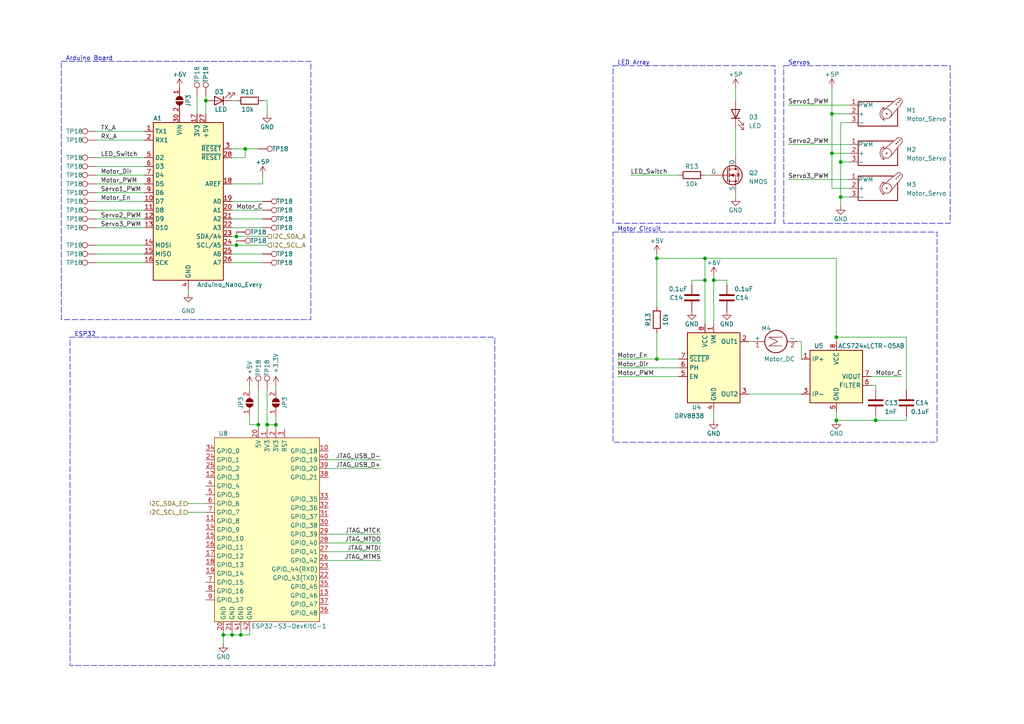
<source format=kicad_sch>
(kicad_sch (version 20230121) (generator eeschema)
  (paper "A4")
  (lib_symbols
    (symbol "Connector:TestPoint" (pin_numbers hide) (pin_names (offset 0.762) hide)
      (property "Reference" "TP" (at 0 6.858 0))
      (property "Value" "TestPoint" (at 0 5.08 0))
      (symbol "TestPoint_0_1"
        (circle (center 0 3.302) (radius 0.762))
      )
      (symbol "TestPoint_1_1"
        (pin passive line (at 0 0 90) (length 2.54) (name "1") (number "1"))
      )
    )
    (symbol "Device:C" (pin_numbers hide) (pin_names (offset 0.254))
      (property "Reference" "C" (at 0.635 2.54 0))
      (property "Value" "C" (at 0.635 -2.54 0))
      (symbol "C_0_1"
        (polyline (pts (xy -2.032 -0.762) (xy 2.032 -0.762)) (stroke (width 0.508)))
        (polyline (pts (xy -2.032 0.762) (xy 2.032 0.762)) (stroke (width 0.508)))
      )
      (symbol "C_1_1"
        (pin passive line (at 0 3.81 270) (length 2.794) (name "~") (number "1"))
        (pin passive line (at 0 -3.81 90) (length 2.794) (name "~") (number "2"))
      )
    )
    (symbol "Device:LED" (pin_numbers hide) (pin_names (offset 1.016) hide)
      (property "Reference" "D" (at 0 2.54 0))
      (property "Value" "LED" (at 0 -2.54 0))
      (symbol "LED_0_1"
        (polyline (pts (xy -1.27 -1.27) (xy -1.27 1.27)) (stroke (width 0.254)))
        (polyline (pts (xy -1.27 0) (xy 1.27 0)))
        (polyline (pts (xy 1.27 -1.27) (xy 1.27 1.27) (xy -1.27 0) (xy 1.27 -1.27)) (stroke (width 0.254)))
        (polyline (pts (xy -3.048 -0.762) (xy -4.572 -2.286) (xy -3.81 -2.286) (xy -4.572 -2.286) (xy -4.572 -1.524)))
        (polyline (pts (xy -1.778 -0.762) (xy -3.302 -2.286) (xy -2.54 -2.286) (xy -3.302 -2.286) (xy -3.302 -1.524)))
      )
      (symbol "LED_1_1"
        (pin passive line (at -3.81 0 0) (length 2.54) (name "K") (number "1"))
        (pin passive line (at 3.81 0 180) (length 2.54) (name "A") (number "2"))
      )
    )
    (symbol "Device:R" (pin_numbers hide) (pin_names (offset 0))
      (property "Reference" "R" (at 2.032 0 90))
      (property "Value" "R" (at 0 0 90))
      (symbol "R_0_1"
        (rectangle (start -1.016 -2.54) (end 1.016 2.54) (stroke (width 0.254)))
      )
      (symbol "R_1_1"
        (pin passive line (at 0 3.81 270) (length 1.27) (name "~") (number "1"))
        (pin passive line (at 0 -3.81 90) (length 1.27) (name "~") (number "2"))
      )
    )
    (symbol "Driver_Motor:DRV8838"
      (property "Reference" "U" (at 6.35 11.43 0))
      (property "Value" "DRV8838" (at -10.16 11.43 0))
      (symbol "DRV8838_0_1"
        (rectangle (start -7.62 10.16) (end 7.62 -10.16) (stroke (width 0.254)) (fill (type background)))
      )
      (symbol "DRV8838_1_1"
        (pin power_in line (at 0 12.7 270) (length 2.54) (name "VM") (number "1"))
        (pin output line (at 10.16 7.62 180) (length 2.54) (name "OUT1") (number "2"))
        (pin output line (at 10.16 -7.62 180) (length 2.54) (name "OUT2") (number "3"))
        (pin power_in line (at 0 -12.7 90) (length 2.54) (name "GND") (number "4"))
        (pin input line (at -10.16 -2.54 0) (length 2.54) (name "EN") (number "5"))
        (pin input line (at -10.16 0 0) (length 2.54) (name "PH") (number "6"))
        (pin input line (at -10.16 2.54 0) (length 2.54) (name "~{SLEEP}") (number "7"))
        (pin power_in line (at -2.54 12.7 270) (length 2.54) (name "VCC") (number "8"))
        (pin passive line (at 0 -12.7 90) (length 2.54) hide (name "GND") (number "9"))
      )
    )
    (symbol "Jumper:SolderJumper_2_Open" (pin_names (offset 0) hide)
      (property "Reference" "JP" (at 0 2.032 0))
      (property "Value" "SolderJumper_2_Open" (at 0 -2.54 0))
      (symbol "SolderJumper_2_Open_0_1"
        (arc (start -0.254 1.016) (mid -1.2656 0) (end -0.254 -1.016))
        (arc (start -0.254 1.016) (mid -1.2656 0) (end -0.254 -1.016) (fill (type outline)))
        (polyline (pts (xy -0.254 1.016) (xy -0.254 -1.016)))
        (polyline (pts (xy 0.254 1.016) (xy 0.254 -1.016)))
        (arc (start 0.254 -1.016) (mid 1.2656 0) (end 0.254 1.016))
        (arc (start 0.254 -1.016) (mid 1.2656 0) (end 0.254 1.016) (fill (type outline)))
      )
      (symbol "SolderJumper_2_Open_1_1"
        (pin passive line (at -3.81 0 0) (length 2.54) (name "A") (number "1"))
        (pin passive line (at 3.81 0 180) (length 2.54) (name "B") (number "2"))
      )
    )
    (symbol "MCU_Module:Arduino_Nano_Every"
      (property "Reference" "A" (at -10.16 23.495 0))
      (property "Value" "Arduino_Nano_Every" (at 5.08 -24.13 0))
      (symbol "Arduino_Nano_Every_0_1"
        (rectangle (start -10.16 22.86) (end 10.16 -22.86) (stroke (width 0.254)) (fill (type background)))
      )
      (symbol "Arduino_Nano_Every_1_1"
        (pin bidirectional line (at -12.7 20.32 0) (length 2.54) (name "TX1") (number "1"))
        (pin bidirectional line (at -12.7 0 0) (length 2.54) (name "D7") (number "10"))
        (pin bidirectional line (at -12.7 -2.54 0) (length 2.54) (name "D8") (number "11"))
        (pin bidirectional line (at -12.7 -5.08 0) (length 2.54) (name "D9") (number "12"))
        (pin bidirectional line (at -12.7 -7.62 0) (length 2.54) (name "D10") (number "13"))
        (pin bidirectional line (at -12.7 -12.7 0) (length 2.54) (name "MOSI") (number "14"))
        (pin bidirectional line (at -12.7 -15.24 0) (length 2.54) (name "MISO") (number "15"))
        (pin bidirectional line (at -12.7 -17.78 0) (length 2.54) (name "SCK") (number "16"))
        (pin power_out line (at 2.54 25.4 270) (length 2.54) (name "3V3") (number "17"))
        (pin input line (at 12.7 5.08 180) (length 2.54) (name "AREF") (number "18"))
        (pin bidirectional line (at 12.7 0 180) (length 2.54) (name "A0") (number "19"))
        (pin bidirectional line (at -12.7 17.78 0) (length 2.54) (name "RX1") (number "2"))
        (pin bidirectional line (at 12.7 -2.54 180) (length 2.54) (name "A1") (number "20"))
        (pin bidirectional line (at 12.7 -5.08 180) (length 2.54) (name "A2") (number "21"))
        (pin bidirectional line (at 12.7 -7.62 180) (length 2.54) (name "A3") (number "22"))
        (pin bidirectional line (at 12.7 -10.16 180) (length 2.54) (name "SDA/A4") (number "23"))
        (pin bidirectional line (at 12.7 -12.7 180) (length 2.54) (name "SCL/A5") (number "24"))
        (pin bidirectional line (at 12.7 -15.24 180) (length 2.54) (name "A6") (number "25"))
        (pin bidirectional line (at 12.7 -17.78 180) (length 2.54) (name "A7") (number "26"))
        (pin power_out line (at 5.08 25.4 270) (length 2.54) (name "+5V") (number "27"))
        (pin input line (at 12.7 12.7 180) (length 2.54) (name "~{RESET}") (number "28"))
        (pin passive line (at 0 -25.4 90) (length 2.54) hide (name "GND") (number "29"))
        (pin input line (at 12.7 15.24 180) (length 2.54) (name "~{RESET}") (number "3"))
        (pin power_in line (at -2.54 25.4 270) (length 2.54) (name "VIN") (number "30"))
        (pin power_in line (at 0 -25.4 90) (length 2.54) (name "GND") (number "4"))
        (pin bidirectional line (at -12.7 12.7 0) (length 2.54) (name "D2") (number "5"))
        (pin bidirectional line (at -12.7 10.16 0) (length 2.54) (name "D3") (number "6"))
        (pin bidirectional line (at -12.7 7.62 0) (length 2.54) (name "D4") (number "7"))
        (pin bidirectional line (at -12.7 5.08 0) (length 2.54) (name "D5") (number "8"))
        (pin bidirectional line (at -12.7 2.54 0) (length 2.54) (name "D6") (number "9"))
      )
    )
    (symbol "Motor:Motor_DC" (pin_names (offset 0))
      (property "Reference" "M" (at 2.54 2.54 0))
      (property "Value" "Motor_DC" (at 2.54 -5.08 0))
      (symbol "Motor_DC_0_0"
        (polyline (pts (xy -1.27 -3.302) (xy -1.27 0.508) (xy 0 -2.032) (xy 1.27 0.508) (xy 1.27 -3.302)))
      )
      (symbol "Motor_DC_0_1"
        (circle (center 0 -1.524) (radius 3.2512) (stroke (width 0.254)))
        (polyline (pts (xy 0 -7.62) (xy 0 -7.112)))
        (polyline (pts (xy 0 -4.7752) (xy 0 -5.1816)))
        (polyline (pts (xy 0 1.7272) (xy 0 2.0828)))
        (polyline (pts (xy 0 2.032) (xy 0 2.54)))
      )
      (symbol "Motor_DC_1_1"
        (pin passive line (at 0 5.08 270) (length 2.54) (name "+") (number "1"))
        (pin passive line (at 0 -7.62 90) (length 2.54) (name "-") (number "2"))
      )
    )
    (symbol "Motor:Motor_Servo" (pin_names (offset 0.0254))
      (property "Reference" "M" (at -5.08 4.445 0))
      (property "Value" "Motor_Servo" (at -5.08 -4.064 0))
      (symbol "Motor_Servo_0_1"
        (polyline (pts (xy 2.413 -1.778) (xy 2.032 -1.778)))
        (polyline (pts (xy 2.413 -1.778) (xy 2.286 -1.397)))
        (polyline (pts (xy 2.413 1.778) (xy 1.905 1.778)))
        (polyline (pts (xy 2.413 1.778) (xy 2.286 1.397)))
        (polyline (pts (xy 6.35 4.445) (xy 2.54 1.27)))
        (polyline (pts (xy 7.62 3.175) (xy 4.191 -1.016)))
        (polyline (pts (xy 5.08 3.556) (xy -5.08 3.556) (xy -5.08 -3.556) (xy 6.35 -3.556) (xy 6.35 1.524)) (stroke (width 0.254)))
        (arc (start 2.413 1.778) (mid 1.2406 0) (end 2.413 -1.778))
        (circle (center 3.175 0) (radius 0.1778))
        (circle (center 3.175 0) (radius 1.4224))
        (circle (center 5.969 2.794) (radius 0.127))
        (circle (center 6.477 3.302) (radius 0.127))
        (circle (center 6.985 3.81) (radius 0.127))
        (arc (start 7.62 3.175) (mid 7.4485 4.2735) (end 6.35 4.445))
      )
      (symbol "Motor_Servo_1_1"
        (pin passive line (at -7.62 2.54 0) (length 2.54) (name "PWM") (number "1"))
        (pin passive line (at -7.62 0 0) (length 2.54) (name "+") (number "2"))
        (pin passive line (at -7.62 -2.54 0) (length 2.54) (name "-") (number "3"))
      )
    )
    (symbol "Project_library:esp32"
      (property "Reference" "U5" (at 2.54 1.27 0))
      (property "Value" "ESP32-S3-DevKitC-1" (at 21.59 -54.61 0))
      (symbol "esp32_1_1"
        (rectangle (start 0 0) (end 30.48 -53.34) (fill (type background)))
        (pin input line (at 15.24 2.54 270) (length 2.54) (name "3V3") (number "1"))
        (pin input line (at 33.02 -3.81 180) (length 2.54) (name "GPIO_18") (number "10"))
        (pin input line (at -2.54 -24.13 0) (length 2.54) (name "GPIO_8") (number "11"))
        (pin input line (at -2.54 -11.43 0) (length 2.54) (name "GPIO_3") (number "12"))
        (pin input line (at 33.02 -45.72 180) (length 2.54) (name "GPIO_46") (number "13"))
        (pin input line (at -2.54 -26.67 0) (length 2.54) (name "GPIO_9") (number "14"))
        (pin input line (at -2.54 -29.21 0) (length 2.54) (name "GPIO_10") (number "15"))
        (pin input line (at -2.54 -31.75 0) (length 2.54) (name "GPIO_11") (number "16"))
        (pin input line (at -2.54 -34.29 0) (length 2.54) (name "GPIO_12") (number "17"))
        (pin input line (at -2.54 -36.83 0) (length 2.54) (name "GPIO_13") (number "18"))
        (pin input line (at -2.54 -39.37 0) (length 2.54) (name "GPIO_14") (number "19"))
        (pin input line (at 17.78 2.54 270) (length 2.54) (name "3V3") (number "2"))
        (pin input line (at 12.7 2.54 270) (length 2.54) (name "5V") (number "20"))
        (pin input line (at 2.54 -55.88 90) (length 2.54) (name "GND") (number "20"))
        (pin input line (at 5.08 -55.88 90) (length 2.54) (name "GND") (number "21"))
        (pin input line (at 33.02 -40.64 180) (length 2.54) (name "GPIO_43(TXD)") (number "22"))
        (pin input line (at 33.02 -38.1 180) (length 2.54) (name "GPIO_44(RXD)") (number "23"))
        (pin input line (at -2.54 -6.35 0) (length 2.54) (name "GPIO_1") (number "24"))
        (pin input line (at -2.54 -8.89 0) (length 2.54) (name "GPIO_2") (number "25"))
        (pin input line (at 33.02 -35.56 180) (length 2.54) (name "GPIO_42") (number "26"))
        (pin input line (at 33.02 -33.02 180) (length 2.54) (name "GPIO_41") (number "27"))
        (pin input line (at 33.02 -30.48 180) (length 2.54) (name "GPIO_40") (number "28"))
        (pin input line (at 33.02 -27.94 180) (length 2.54) (name "GPIO_39") (number "29"))
        (pin input line (at 20.32 2.54 270) (length 2.54) (name "RST") (number "3"))
        (pin input line (at 33.02 -25.4 180) (length 2.54) (name "GPIO_38") (number "30"))
        (pin input line (at 33.02 -22.86 180) (length 2.54) (name "GPIO_37") (number "31"))
        (pin input line (at 33.02 -20.32 180) (length 2.54) (name "GPIO_36") (number "32"))
        (pin input line (at 33.02 -17.78 180) (length 2.54) (name "GPIO_35") (number "33"))
        (pin input line (at -2.54 -3.81 0) (length 2.54) (name "GPIO_0") (number "34"))
        (pin input line (at 33.02 -43.18 180) (length 2.54) (name "GPIO_45") (number "35"))
        (pin input line (at 33.02 -50.8 180) (length 2.54) (name "GPIO_48") (number "36"))
        (pin input line (at 33.02 -48.26 180) (length 2.54) (name "GPIO_47") (number "37"))
        (pin input line (at 33.02 -11.43 180) (length 2.54) (name "GPIO_21") (number "38"))
        (pin input line (at 33.02 -8.89 180) (length 2.54) (name "GPIO_20") (number "39"))
        (pin input line (at -2.54 -13.97 0) (length 2.54) (name "GPIO_4") (number "4"))
        (pin input line (at 33.02 -6.35 180) (length 2.54) (name "GPIO_19") (number "40"))
        (pin input line (at 7.62 -55.88 90) (length 2.54) (name "GND") (number "41"))
        (pin input line (at 10.16 -55.88 90) (length 2.54) (name "GND") (number "42"))
        (pin input line (at -2.54 -16.51 0) (length 2.54) (name "GPIO_5") (number "5"))
        (pin input line (at -2.54 -19.05 0) (length 2.54) (name "GPIO_6") (number "6"))
        (pin input line (at -2.54 -41.91 0) (length 2.54) (name "GPIO_15") (number "7"))
        (pin input line (at -2.54 -21.59 0) (length 2.54) (name "GPIO_7") (number "7"))
        (pin input line (at -2.54 -44.45 0) (length 2.54) (name "GPIO_16") (number "8"))
        (pin input line (at -2.54 -46.99 0) (length 2.54) (name "GPIO_17") (number "9"))
      )
    )
    (symbol "Sensor_Current:ACS724xLCTR-05AB"
      (property "Reference" "U" (at 2.54 11.43 0))
      (property "Value" "ACS724xLCTR-05AB" (at 2.54 8.89 0))
      (symbol "ACS724xLCTR-05AB_0_1"
        (rectangle (start -7.62 7.62) (end 7.62 -7.62) (stroke (width 0.254)) (fill (type background)))
      )
      (symbol "ACS724xLCTR-05AB_1_1"
        (pin passive line (at -10.16 5.08 0) (length 2.54) (name "IP+") (number "1"))
        (pin passive line (at -10.16 5.08 0) (length 2.54) hide (name "IP+") (number "2"))
        (pin passive line (at -10.16 -5.08 0) (length 2.54) (name "IP-") (number "3"))
        (pin passive line (at -10.16 -5.08 0) (length 2.54) hide (name "IP-") (number "4"))
        (pin power_in line (at 0 -10.16 90) (length 2.54) (name "GND") (number "5"))
        (pin passive line (at 10.16 -2.54 180) (length 2.54) (name "FILTER") (number "6"))
        (pin output line (at 10.16 0 180) (length 2.54) (name "VIOUT") (number "7"))
        (pin power_in line (at 0 10.16 270) (length 2.54) (name "VCC") (number "8"))
      )
    )
    (symbol "Simulation_SPICE:NMOS" (pin_numbers hide) (pin_names (offset 0))
      (property "Reference" "Q" (at 5.08 1.27 0))
      (property "Value" "NMOS" (at 5.08 -1.27 0))
      (symbol "NMOS_0_1"
        (polyline (pts (xy 0.254 0) (xy -2.54 0)))
        (polyline (pts (xy 0.254 1.905) (xy 0.254 -1.905)) (stroke (width 0.254)))
        (polyline (pts (xy 0.762 -1.27) (xy 0.762 -2.286)) (stroke (width 0.254)))
        (polyline (pts (xy 0.762 0.508) (xy 0.762 -0.508)) (stroke (width 0.254)))
        (polyline (pts (xy 0.762 2.286) (xy 0.762 1.27)) (stroke (width 0.254)))
        (polyline (pts (xy 2.54 2.54) (xy 2.54 1.778)))
        (polyline (pts (xy 2.54 -2.54) (xy 2.54 0) (xy 0.762 0)))
        (polyline (pts (xy 0.762 -1.778) (xy 3.302 -1.778) (xy 3.302 1.778) (xy 0.762 1.778)))
        (polyline (pts (xy 1.016 0) (xy 2.032 0.381) (xy 2.032 -0.381) (xy 1.016 0)) (fill (type outline)))
        (polyline (pts (xy 2.794 0.508) (xy 2.921 0.381) (xy 3.683 0.381) (xy 3.81 0.254)))
        (polyline (pts (xy 3.302 0.381) (xy 2.921 -0.254) (xy 3.683 -0.254) (xy 3.302 0.381)))
        (circle (center 1.651 0) (radius 2.794) (stroke (width 0.254)))
        (circle (center 2.54 -1.778) (radius 0.254) (fill (type outline)))
        (circle (center 2.54 1.778) (radius 0.254) (fill (type outline)))
      )
      (symbol "NMOS_1_1"
        (pin passive line (at 2.54 5.08 270) (length 2.54) (name "D") (number "1"))
        (pin input line (at -5.08 0 0) (length 2.54) (name "G") (number "2"))
        (pin passive line (at 2.54 -5.08 90) (length 2.54) (name "S") (number "3"))
      )
    )
    (symbol "power:+3.3V" (power) (pin_names (offset 0))
      (property "Value" "+3.3V" (at 0 3.556 0))
      (symbol "+3.3V_0_1"
        (polyline (pts (xy -0.762 1.27) (xy 0 2.54)))
        (polyline (pts (xy 0 0) (xy 0 2.54)))
        (polyline (pts (xy 0 2.54) (xy 0.762 1.27)))
      )
      (symbol "+3.3V_1_1"
        (pin power_in line (at 0 0 90) (length 0) hide (name "+3.3V") (number "1"))
      )
    )
    (symbol "power:+5P" (power) (pin_names (offset 0))
      (property "Value" "+5P" (at 0 3.556 0))
      (symbol "+5P_0_1"
        (polyline (pts (xy -0.762 1.27) (xy 0 2.54)))
        (polyline (pts (xy 0 0) (xy 0 2.54)))
        (polyline (pts (xy 0 2.54) (xy 0.762 1.27)))
      )
      (symbol "+5P_1_1"
        (pin power_in line (at 0 0 90) (length 0) hide (name "+5P") (number "1"))
      )
    )
    (symbol "power:+5V" (power) (pin_names (offset 0))
      (property "Value" "+5V" (at 0 3.556 0))
      (symbol "+5V_0_1"
        (polyline (pts (xy -0.762 1.27) (xy 0 2.54)))
        (polyline (pts (xy 0 0) (xy 0 2.54)))
        (polyline (pts (xy 0 2.54) (xy 0.762 1.27)))
      )
      (symbol "+5V_1_1"
        (pin power_in line (at 0 0 90) (length 0) hide (name "+5V") (number "1"))
      )
    )
    (symbol "power:+6V" (power) (pin_names (offset 0))
      (property "Value" "+6V" (at 0 3.556 0))
      (symbol "+6V_0_1"
        (polyline (pts (xy -0.762 1.27) (xy 0 2.54)))
        (polyline (pts (xy 0 0) (xy 0 2.54)))
        (polyline (pts (xy 0 2.54) (xy 0.762 1.27)))
      )
      (symbol "+6V_1_1"
        (pin power_in line (at 0 0 90) (length 0) hide (name "+6V") (number "1"))
      )
    )
    (symbol "power:GND" (power) (pin_names (offset 0))
      (property "Value" "GND" (at 0 -3.81 0))
      (symbol "GND_0_1"
        (polyline (pts (xy 0 0) (xy 0 -1.27) (xy 1.27 -1.27) (xy 0 -2.54) (xy -1.27 -1.27) (xy 0 -1.27)))
      )
      (symbol "GND_1_1"
        (pin power_in line (at 0 0 270) (length 0) hide (name "GND") (number "1"))
      )
    )
  )
  (junction (at 243.84 46.99))
  (junction (at 241.3 33.02))
  (junction (at 242.57 121.92))
  (junction (at 190.5 74.93))
  (junction (at 254 121.92))
  (junction (at 67.31 184.15))
  (junction (at 69.85 184.15))
  (junction (at 68.58 71.12))
  (junction (at 77.47 123.19))
  (junction (at 243.84 57.15))
  (junction (at 80.01 123.19))
  (junction (at 204.47 81.28))
  (junction (at 71.12 43.18))
  (junction (at 241.3 44.45))
  (junction (at 59.69 29.21))
  (junction (at 64.77 184.15))
  (junction (at 68.58 68.58))
  (junction (at 207.01 81.28))
  (junction (at 242.57 97.79))
  (junction (at 204.47 74.93))
  (junction (at 190.5 104.14))
  (junction (at 74.93 123.19))
  (wire (pts (xy 80.01 123.19) (xy 80.01 124.46)))
  (wire (pts (xy 254 120.65) (xy 254 121.92)))
  (wire (pts (xy 54.61 85.09) (xy 54.61 83.82)))
  (wire (pts (xy 72.39 111.76) (xy 72.39 113.03)))
  (wire (pts (xy 190.5 74.93) (xy 204.47 74.93)))
  (wire (pts (xy 200.66 82.55) (xy 200.66 81.28)))
  (wire (pts (xy 67.31 73.66) (xy 76.2 73.66)))
  (wire (pts (xy 262.89 113.03) (xy 262.89 97.79)))
  (wire (pts (xy 243.84 46.99) (xy 243.84 57.15)))
  (wire (pts (xy 246.38 35.56) (xy 243.84 35.56)))
  (wire (pts (xy 67.31 182.88) (xy 67.31 184.15)))
  (wire (pts (xy 241.3 25.4) (xy 241.3 33.02)))
  (wire (pts (xy 207.01 81.28) (xy 207.01 93.98)))
  (wire (pts (xy 210.82 82.55) (xy 210.82 81.28)))
  (wire (pts (xy 95.25 135.89) (xy 110.49 135.89)))
  (wire (pts (xy 182.88 50.8) (xy 196.85 50.8)))
  (wire (pts (xy 254 111.76) (xy 252.73 111.76)))
  (wire (pts (xy 190.5 74.93) (xy 190.5 88.9)))
  (wire (pts (xy 27.94 66.04) (xy 41.91 66.04)))
  (wire (pts (xy 27.94 58.42) (xy 41.91 58.42)))
  (wire (pts (xy 57.15 27.94) (xy 57.15 33.02)))
  (wire (pts (xy 72.39 123.19) (xy 74.93 123.19)))
  (wire (pts (xy 228.6 52.07) (xy 246.38 52.07)))
  (wire (pts (xy 246.38 46.99) (xy 243.84 46.99)))
  (wire (pts (xy 27.94 40.64) (xy 41.91 40.64)))
  (wire (pts (xy 27.94 60.96) (xy 41.91 60.96)))
  (wire (pts (xy 204.47 81.28) (xy 204.47 93.98)))
  (wire (pts (xy 228.6 41.91) (xy 246.38 41.91)))
  (wire (pts (xy 228.6 30.48) (xy 246.38 30.48)))
  (wire (pts (xy 27.94 38.1) (xy 41.91 38.1)))
  (wire (pts (xy 68.58 67.31) (xy 68.58 68.58)))
  (wire (pts (xy 242.57 121.92) (xy 254 121.92)))
  (wire (pts (xy 242.57 97.79) (xy 242.57 99.06)))
  (wire (pts (xy 243.84 59.69) (xy 243.84 57.15)))
  (wire (pts (xy 77.47 124.46) (xy 77.47 123.19)))
  (wire (pts (xy 27.94 63.5) (xy 41.91 63.5)))
  (wire (pts (xy 243.84 35.56) (xy 243.84 46.99)))
  (wire (pts (xy 68.58 69.85) (xy 68.58 71.12)))
  (wire (pts (xy 190.5 104.14) (xy 196.85 104.14)))
  (wire (pts (xy 207.01 121.92) (xy 207.01 119.38)))
  (wire (pts (xy 68.58 68.58) (xy 77.47 68.58)))
  (wire (pts (xy 213.36 36.83) (xy 213.36 45.72)))
  (wire (pts (xy 59.69 146.05) (xy 54.61 146.05)))
  (wire (pts (xy 59.69 27.94) (xy 59.69 29.21)))
  (wire (pts (xy 68.58 68.58) (xy 67.31 68.58)))
  (wire (pts (xy 27.94 76.2) (xy 41.91 76.2)))
  (wire (pts (xy 68.58 71.12) (xy 77.47 71.12)))
  (wire (pts (xy 64.77 184.15) (xy 64.77 186.69)))
  (wire (pts (xy 207.01 81.28) (xy 210.82 81.28)))
  (wire (pts (xy 241.3 33.02) (xy 241.3 44.45)))
  (wire (pts (xy 254 113.03) (xy 254 111.76)))
  (wire (pts (xy 74.93 123.19) (xy 74.93 124.46)))
  (wire (pts (xy 67.31 63.5) (xy 76.2 63.5)))
  (wire (pts (xy 204.47 50.8) (xy 205.74 50.8)))
  (wire (pts (xy 252.73 109.22) (xy 261.62 109.22)))
  (wire (pts (xy 67.31 60.96) (xy 76.2 60.96)))
  (wire (pts (xy 200.66 81.28) (xy 204.47 81.28)))
  (wire (pts (xy 77.47 29.21) (xy 77.47 33.02)))
  (wire (pts (xy 207.01 80.01) (xy 207.01 81.28)))
  (wire (pts (xy 27.94 50.8) (xy 41.91 50.8)))
  (wire (pts (xy 242.57 119.38) (xy 242.57 121.92)))
  (wire (pts (xy 232.41 99.06) (xy 231.14 99.06)))
  (wire (pts (xy 80.01 120.65) (xy 80.01 123.19)))
  (wire (pts (xy 71.12 45.72) (xy 71.12 43.18)))
  (wire (pts (xy 213.36 25.4) (xy 213.36 29.21)))
  (wire (pts (xy 241.3 54.61) (xy 241.3 44.45)))
  (wire (pts (xy 254 121.92) (xy 262.89 121.92)))
  (wire (pts (xy 67.31 76.2) (xy 76.2 76.2)))
  (wire (pts (xy 262.89 120.65) (xy 262.89 121.92)))
  (wire (pts (xy 59.69 148.59) (xy 54.61 148.59)))
  (wire (pts (xy 59.69 29.21) (xy 59.69 33.02)))
  (wire (pts (xy 67.31 45.72) (xy 71.12 45.72)))
  (wire (pts (xy 95.25 133.35) (xy 110.49 133.35)))
  (wire (pts (xy 242.57 97.79) (xy 262.89 97.79)))
  (wire (pts (xy 95.25 162.56) (xy 110.49 162.56)))
  (wire (pts (xy 27.94 53.34) (xy 41.91 53.34)))
  (wire (pts (xy 72.39 184.15) (xy 69.85 184.15)))
  (wire (pts (xy 241.3 33.02) (xy 246.38 33.02)))
  (wire (pts (xy 69.85 184.15) (xy 67.31 184.15)))
  (wire (pts (xy 76.2 50.8) (xy 76.2 53.34)))
  (wire (pts (xy 190.5 96.52) (xy 190.5 104.14)))
  (wire (pts (xy 71.12 43.18) (xy 67.31 43.18)))
  (wire (pts (xy 67.31 29.21) (xy 68.58 29.21)))
  (wire (pts (xy 242.57 74.93) (xy 242.57 97.79)))
  (wire (pts (xy 95.25 160.02) (xy 110.49 160.02)))
  (wire (pts (xy 69.85 182.88) (xy 69.85 184.15)))
  (wire (pts (xy 77.47 113.03) (xy 77.47 123.19)))
  (wire (pts (xy 27.94 71.12) (xy 41.91 71.12)))
  (wire (pts (xy 241.3 44.45) (xy 246.38 44.45)))
  (wire (pts (xy 27.94 48.26) (xy 41.91 48.26)))
  (wire (pts (xy 246.38 54.61) (xy 241.3 54.61)))
  (wire (pts (xy 77.47 123.19) (xy 80.01 123.19)))
  (wire (pts (xy 72.39 182.88) (xy 72.39 184.15)))
  (wire (pts (xy 80.01 111.76) (xy 80.01 113.03)))
  (wire (pts (xy 27.94 73.66) (xy 41.91 73.66)))
  (wire (pts (xy 72.39 123.19) (xy 72.39 120.65)))
  (wire (pts (xy 213.36 55.88) (xy 213.36 57.15)))
  (wire (pts (xy 67.31 66.04) (xy 76.2 66.04)))
  (wire (pts (xy 217.17 114.3) (xy 232.41 114.3)))
  (wire (pts (xy 204.47 74.93) (xy 242.57 74.93)))
  (wire (pts (xy 74.93 113.03) (xy 74.93 123.19)))
  (wire (pts (xy 27.94 55.88) (xy 41.91 55.88)))
  (wire (pts (xy 67.31 58.42) (xy 76.2 58.42)))
  (wire (pts (xy 95.25 157.48) (xy 110.49 157.48)))
  (wire (pts (xy 71.12 43.18) (xy 74.93 43.18)))
  (wire (pts (xy 179.07 104.14) (xy 190.5 104.14)))
  (wire (pts (xy 68.58 71.12) (xy 67.31 71.12)))
  (wire (pts (xy 217.17 99.06) (xy 218.44 99.06)))
  (wire (pts (xy 190.5 73.66) (xy 190.5 74.93)))
  (wire (pts (xy 64.77 182.88) (xy 64.77 184.15)))
  (wire (pts (xy 204.47 74.93) (xy 204.47 81.28)))
  (wire (pts (xy 232.41 99.06) (xy 232.41 104.14)))
  (wire (pts (xy 179.07 106.68) (xy 196.85 106.68)))
  (wire (pts (xy 76.2 29.21) (xy 77.47 29.21)))
  (wire (pts (xy 27.94 45.72) (xy 41.91 45.72)))
  (wire (pts (xy 179.07 109.22) (xy 196.85 109.22)))
  (wire (pts (xy 67.31 184.15) (xy 64.77 184.15)))
  (wire (pts (xy 76.2 53.34) (xy 67.31 53.34)))
  (wire (pts (xy 243.84 57.15) (xy 246.38 57.15)))
  (wire (pts (xy 95.25 154.94) (xy 110.49 154.94)))
  (rectangle (start 177.8 67.31) (end 271.78 128.27) (stroke (width 0) (type dash)))
  (rectangle (start 227.33 19.05) (end 275.59 64.77) (stroke (width 0) (type dash)))
  (rectangle (start 17.78 17.78) (end 90.17 92.71) (stroke (width 0) (type dash)))
  (rectangle (start 177.8 19.05) (end 224.79 64.77) (stroke (width 0) (type dash)))
  (rectangle (start 20.32 97.79) (end 143.51 193.04) (stroke (width 0) (type dash)))
  (text "Servos" (at 228.6 19.05 0) (effects (font (size 1.27 1.27)) (justify left bottom)))
  (text "ESP32" (at 21.59 97.79 0) (effects (font (size 1.27 1.27)) (justify left bottom)))
  (text "Motor Circuit" (at 179.07 67.31 0) (effects (font (size 1.27 1.27)) (justify left bottom)))
  (text "Arduino Board" (at 19.05 17.78 0) (effects (font (size 1.27 1.27)) (justify left bottom)))
  (text "LED Array" (at 179.07 19.05 0) (effects (font (size 1.27 1.27)) (justify left bottom)))
  (label "Motor_PWM" (at 179.07 109.22 0))
  (label "Servo1_PWM" (at 228.6 30.48 0))
  (label "Motor_C" (at 76.2 60.96 180))
  (label "Servo1_PWM" (at 29.21 55.88 0))
  (label "JTAG_USB_D-" (at 110.49 133.35 180))
  (label "JTAG_MTCK" (at 110.49 154.94 180))
  (label "JTAG_MTMS" (at 110.49 162.56 180))
  (label "JTAG_MTDO" (at 110.49 157.48 180))
  (label "RX_A" (at 29.21 40.64 0))
  (label "Motor_Dir" (at 179.07 106.68 0))
  (label "Motor_PWM" (at 29.21 53.34 0))
  (label "LED_Switch" (at 29.21 45.72 0))
  (label "Servo3_PWM" (at 228.6 52.07 0))
  (label "TX_A" (at 29.21 38.1 0))
  (label "Servo2_PWM" (at 29.21 63.5 0))
  (label "Servo2_PWM" (at 228.6 41.91 0))
  (label "LED_Switch" (at 182.88 50.8 0))
  (label "Motor_C" (at 261.62 109.22 180))
  (label "Motor_En" (at 29.21 58.42 0))
  (label "Motor_En" (at 179.07 104.14 0))
  (label "Motor_Dir" (at 29.21 50.8 0))
  (label "JTAG_USB_D+" (at 110.49 135.89 180))
  (label "Servo3_PWM" (at 29.21 66.04 0))
  (label "JTAG_MTDI" (at 110.49 160.02 180))
  (hierarchical_label "I2C_SCL_E" (shape input) (at 54.61 148.59 180))
  (hierarchical_label "I2C_SDA_E" (shape input) (at 54.61 146.05 180))
  (hierarchical_label "I2C_SDA_A" (shape input) (at 77.47 68.58 0))
  (hierarchical_label "I2C_SCL_A" (shape input) (at 77.47 71.12 0))
  (symbol (lib_id "Connector:TestPoint") (at 76.2 76.2 270) (unit 1)
    (property "Reference" "TP18" (at 82.55 76.2 90))
    (property "Value" "TestPoint" (effects hide))
    (property "Footprint" "TestPoint:TestPoint_Keystone_5000-5004_Miniature" (effects hide))
    (instances (project "MTG_Scanner_v2" (path "" (reference "TP18") (unit 1)) (path "" (reference "TP54") (unit 1))))
  )
  (symbol (lib_id "power:+5P") (at 76.2 50.8 0) (unit 1)
    (property "Reference" "#PWR027" (effects hide))
    (property "Value" "+5P" (at 76.2 46.99 0))
  )
  (symbol (lib_id "Motor:Motor_Servo") (at 254 54.61 0) (unit 1)
    (property "Reference" "M3" (at 262.89 53.5416 0) (effects (justify left)))
    (property "Value" "Motor_Servo" (at 262.89 56.0816 0) (effects (justify left)))
    (property "Datasheet" "http://forums.parallax.com/uploads/attachments/46831/74481.png" (effects hide))
    (instances (project "MTG_Scanner_v2" (path "" (reference "M3") (unit 1)) (path "" (reference "M4") (unit 1))))
  )
  (symbol (lib_id "power:+5P") (at 213.36 25.4 0) (unit 1)
    (property "Reference" "#PWR014" (effects hide))
    (property "Value" "+5P" (at 213.36 21.59 0))
    (instances (project "MTG_Scanner_v2" (path "" (reference "#PWR014") (unit 1)) (path "" (reference "#PWR023") (unit 1)) (path "" (reference "#PWR035") (unit 1))))
  )
  (symbol (lib_id "power:GND") (at 54.61 85.09 0) (unit 1)
    (property "Reference" "#PWR017" (effects hide))
    (property "Value" "GND" (at 54.61 90.17 0))
    (instances (project "MTG_Scanner_v2" (path "" (reference "#PWR017") (unit 1)) (path "" (reference "#PWR026") (unit 1))))
  )
  (symbol (lib_id "Connector:TestPoint") (at 27.94 38.1 90) (unit 1)
    (property "Reference" "TP18" (at 21.59 38.1 90))
    (property "Value" "TestPoint" (effects hide))
    (property "Footprint" "TestPoint:TestPoint_Keystone_5000-5004_Miniature" (effects hide))
    (instances (project "MTG_Scanner_v2" (path "" (reference "TP18") (unit 1)) (path "" (reference "TP30") (unit 1))))
  )
  (symbol (lib_id "Jumper:SolderJumper_2_Open") (at 72.39 116.84 270) (mirror x) (unit 1)
    (property "Reference" "JP3" (at 69.85 116.84 0))
    (property "Value" "SolderJumper_2_Open" (effects hide))
    (property "Footprint" "Jumper:SolderJumper-2_P1.3mm_Open_Pad1.0x1.5mm" (effects hide))
    (instances (project "MTG_Scanner_v2" (path "" (reference "JP3") (unit 1)) (path "" (reference "JP9") (unit 1))))
  )
  (symbol (lib_id "Device:C") (at 210.82 86.36 0) (unit 1)
    (property "Reference" "C14" (at 217.17 86.36 0) (effects (justify right)))
    (property "Value" "0.1uF" (at 218.44 83.82 0) (effects (justify right)))
    (instances (project "MTG_Scanner_v2" (path "" (reference "C14") (unit 1)) (path "" (reference "C6") (unit 1)) (path "" (reference "C14") (unit 1))))
  )
  (symbol (lib_id "Connector:TestPoint") (at 27.94 48.26 90) (unit 1)
    (property "Reference" "TP18" (at 21.59 48.26 90))
    (property "Value" "TestPoint" (effects hide))
    (property "Footprint" "TestPoint:TestPoint_Keystone_5000-5004_Miniature" (effects hide))
    (instances (project "MTG_Scanner_v2" (path "" (reference "TP18") (unit 1)) (path "" (reference "TP33") (unit 1))))
  )
  (symbol (lib_id "Connector:TestPoint") (at 74.93 43.18 270) (unit 1)
    (property "Reference" "TP18" (at 81.28 43.18 90))
    (property "Value" "TestPoint" (effects hide))
    (property "Footprint" "TestPoint:TestPoint_Keystone_5000-5004_Miniature" (effects hide))
    (instances (project "MTG_Scanner_v2" (path "" (reference "TP18") (unit 1)) (path "" (reference "TP48") (unit 1))))
  )
  (symbol (lib_id "Connector:TestPoint") (at 27.94 66.04 90) (unit 1)
    (property "Reference" "TP18" (at 21.59 66.04 90))
    (property "Value" "TestPoint" (effects hide))
    (property "Footprint" "TestPoint:TestPoint_Keystone_5000-5004_Miniature" (effects hide))
    (instances (project "MTG_Scanner_v2" (path "" (reference "TP18") (unit 1)) (path "" (reference "TP40") (unit 1))))
  )
  (symbol (lib_id "Jumper:SolderJumper_2_Open") (at 52.07 29.21 270) (unit 1)
    (property "Reference" "JP3" (at 54.61 29.21 0))
    (property "Value" "SolderJumper_2_Open" (effects hide))
    (property "Footprint" "Jumper:SolderJumper-2_P1.3mm_Open_Pad1.0x1.5mm" (effects hide))
    (instances (project "MTG_Scanner_v2" (path "" (reference "JP3") (unit 1)) (path "" (reference "JP8") (unit 1))))
  )
  (symbol (lib_id "Connector:TestPoint") (at 27.94 58.42 90) (unit 1)
    (property "Reference" "TP18" (at 21.59 58.42 90))
    (property "Value" "TestPoint" (effects hide))
    (property "Footprint" "TestPoint:TestPoint_Keystone_5000-5004_Miniature" (effects hide))
    (instances (project "MTG_Scanner_v2" (path "" (reference "TP18") (unit 1)) (path "" (reference "TP37") (unit 1))))
  )
  (symbol (lib_id "power:GND") (at 242.57 121.92 0) (unit 1)
    (property "Reference" "#PWR020" (effects hide))
    (property "Value" "GND" (at 242.57 125.73 0))
    (instances (project "MTG_Scanner_v2" (path "" (reference "#PWR020") (unit 1)) (path "" (reference "#PWR038") (unit 1))))
  )
  (symbol (lib_id "Connector:TestPoint") (at 27.94 40.64 90) (unit 1)
    (property "Reference" "TP18" (at 21.59 40.64 90))
    (property "Value" "TestPoint" (effects hide))
    (property "Footprint" "TestPoint:TestPoint_Keystone_5000-5004_Miniature" (effects hide))
    (instances (project "MTG_Scanner_v2" (path "" (reference "TP18") (unit 1)) (path "" (reference "TP31") (unit 1))))
  )
  (symbol (lib_id "Connector:TestPoint") (at 27.94 63.5 90) (unit 1)
    (property "Reference" "TP18" (at 21.59 63.5 90))
    (property "Value" "TestPoint" (effects hide))
    (property "Footprint" "TestPoint:TestPoint_Keystone_5000-5004_Miniature" (effects hide))
    (instances (project "MTG_Scanner_v2" (path "" (reference "TP18") (unit 1)) (path "" (reference "TP39") (unit 1))))
  )
  (symbol (lib_id "Connector:TestPoint") (at 57.15 27.94 0) (unit 1)
    (property "Reference" "TP18" (at 57.15 21.59 90))
    (property "Value" "TestPoint" (effects hide))
    (property "Footprint" "TestPoint:TestPoint_Keystone_5000-5004_Miniature" (effects hide))
    (instances (project "MTG_Scanner_v2" (path "" (reference "TP18") (unit 1)) (path "" (reference "TP44") (unit 1))))
  )
  (symbol (lib_id "Connector:TestPoint") (at 27.94 60.96 90) (unit 1)
    (property "Reference" "TP18" (at 21.59 60.96 90))
    (property "Value" "TestPoint" (effects hide))
    (property "Footprint" "TestPoint:TestPoint_Keystone_5000-5004_Miniature" (effects hide))
    (instances (project "MTG_Scanner_v2" (path "" (reference "TP18") (unit 1)) (path "" (reference "TP38") (unit 1))))
  )
  (symbol (lib_id "power:+5V") (at 72.39 111.76 0) (unit 1)
    (property "Reference" "#PWR024" (effects hide))
    (property "Value" "+5V" (at 72.39 106.68 90))
  )
  (symbol (lib_id "Connector:TestPoint") (at 76.2 63.5 270) (unit 1)
    (property "Reference" "TP18" (at 82.55 63.5 90))
    (property "Value" "TestPoint" (effects hide))
    (property "Footprint" "TestPoint:TestPoint_Keystone_5000-5004_Miniature" (effects hide))
    (instances (project "MTG_Scanner_v2" (path "" (reference "TP18") (unit 1)) (path "" (reference "TP51") (unit 1))))
  )
  (symbol (lib_id "power:GND") (at 213.36 57.15 0) (unit 1)
    (property "Reference" "#PWR024" (effects hide))
    (property "Value" "GND" (at 213.36 60.96 0))
    (instances (project "MTG_Scanner_v2" (path "" (reference "#PWR024") (unit 1)) (path "" (reference "#PWR036") (unit 1))))
  )
  (symbol (lib_id "Device:R") (at 190.5 92.71 0) (unit 1)
    (property "Reference" "R13" (at 187.96 92.71 90))
    (property "Value" "10k" (at 193.04 92.71 90))
    (instances (project "MTG_Scanner_v2" (path "" (reference "R13") (unit 1)) (path "" (reference "R8") (unit 1)) (path "" (reference "R21") (unit 1))))
  )
  (symbol (lib_id "Motor:Motor_DC") (at 223.52 99.06 90) (unit 1)
    (property "Reference" "M4" (at 222.25 95.25 90))
    (property "Value" "Motor_DC" (at 226.06 104.14 90))
    (property "Datasheet" "https://www.pololu.com/product/2370" (effects hide))
    (instances (project "MTG_Scanner_v2" (path "" (reference "M4") (unit 1)) (path "" (reference "M1") (unit 1))))
  )
  (symbol (lib_id "Motor:Motor_Servo") (at 254 33.02 0) (unit 1)
    (property "Reference" "M1" (at 262.89 31.9516 0) (effects (justify left)))
    (property "Value" "Motor_Servo" (at 262.89 34.4916 0) (effects (justify left)))
    (property "Datasheet" "http://forums.parallax.com/uploads/attachments/46831/74481.png" (effects hide))
    (instances (project "MTG_Scanner_v2" (path "" (reference "M1") (unit 1)) (path "" (reference "M2") (unit 1))))
  )
  (symbol (lib_id "Device:C") (at 254 116.84 180) (unit 1)
    (property "Reference" "C13" (at 256.54 116.84 0) (effects (justify right)))
    (property "Value" "1nF" (at 256.54 119.38 0) (effects (justify right)))
    (instances (project "MTG_Scanner_v2" (path "" (reference "C13") (unit 1)) (path "" (reference "C6") (unit 1)) (path "" (reference "C15") (unit 1))))
  )
  (symbol (lib_id "Project_library:esp32") (at 62.23 127 0) (unit 1)
    (property "Reference" "U8" (at 64.77 125.73 0))
    (property "Value" "ESP32-S3-DevKitC-1" (at 83.82 181.61 0))
    (property "Datasheet" "https://docs.espressif.com/projects/esp-idf/en/latest/esp32s3/hw-reference/esp32s3/user-guide-devkitc-1.html" (effects hide))
    (property "Digikey" "https://www.digikey.com/en/products/detail/espressif-systems/ESP32-S3-DEVKITC-1-N32R8V/15970965?s=N4IgTCBcDaIKIGUAKBmMBaBL0HUBKA8gQLLoQC6AvkA" (effects hide))
    (instances (project "MTG_Scanner_v2" (path "" (reference "U8") (unit 1)) (path "" (reference "U5") (unit 1))))
  )
  (symbol (lib_id "Device:C") (at 262.89 116.84 180) (unit 1)
    (property "Reference" "C14" (at 265.43 116.84 0) (effects (justify right)))
    (property "Value" "0.1uF" (at 264.16 119.38 0) (effects (justify right)))
    (instances (project "MTG_Scanner_v2" (path "" (reference "C14") (unit 1)) (path "" (reference "C6") (unit 1)) (path "" (reference "C16") (unit 1))))
  )
  (symbol (lib_id "Jumper:SolderJumper_2_Open") (at 80.01 116.84 90) (unit 1)
    (property "Reference" "JP3" (at 82.55 116.84 0))
    (property "Value" "SolderJumper_2_Open" (effects hide))
    (property "Footprint" "Jumper:SolderJumper-2_P1.3mm_Open_Pad1.0x1.5mm" (effects hide))
    (instances (project "MTG_Scanner_v2" (path "" (reference "JP3") (unit 1)) (path "" (reference "JP7") (unit 1))))
  )
  (symbol (lib_id "Connector:TestPoint") (at 27.94 45.72 90) (unit 1)
    (property "Reference" "TP18" (at 21.59 45.72 90))
    (property "Value" "TestPoint" (effects hide))
    (property "Footprint" "TestPoint:TestPoint_Keystone_5000-5004_Miniature" (effects hide))
    (instances (project "MTG_Scanner_v2" (path "" (reference "TP18") (unit 1)) (path "" (reference "TP32") (unit 1))))
  )
  (symbol (lib_id "power:+3.3V") (at 80.01 111.76 0) (unit 1)
    (property "Reference" "#PWR030" (effects hide))
    (property "Value" "+3.3V" (at 80.01 105.41 90))
    (instances (project "MTG_Scanner_v2" (path "" (reference "#PWR030") (unit 1)) (path "" (reference "#PWR010") (unit 1)) (path "" (reference "#PWR029") (unit 1))))
  )
  (symbol (lib_id "Simulation_SPICE:NMOS") (at 210.82 50.8 0) (unit 1)
    (property "Reference" "Q2" (at 217.17 50.165 0) (effects (justify left)))
    (property "Value" "NMOS" (at 217.17 52.705 0) (effects (justify left)))
    (property "Datasheet" "https://ngspice.sourceforge.io/docs/ngspice-manual.pdf" (effects hide))
    (property "Sim.Device" "NMOS" (effects hide))
    (property "Sim.Type" "VDMOS" (effects hide))
    (property "Sim.Pins" "1=D 2=G 3=S" (effects hide))
    (instances (project "MTG_Scanner_v2" (path "" (reference "Q2") (unit 1)) (path "" (reference "Q4") (unit 1))))
  )
  (symbol (lib_id "power:+5P") (at 241.3 25.4 0) (unit 1)
    (property "Reference" "#PWR014" (effects hide))
    (property "Value" "+5P" (at 241.3 21.59 0))
    (instances (project "MTG_Scanner_v2" (path "" (reference "#PWR014") (unit 1)) (path "" (reference "#PWR022") (unit 1)) (path "" (reference "#PWR037") (unit 1))))
  )
  (symbol (lib_id "power:+6V") (at 207.01 80.01 0) (unit 1)
    (property "Reference" "#PWR018" (effects hide))
    (property "Value" "+6V" (at 207.01 76.2 0))
    (instances (project "MTG_Scanner_v2" (path "" (reference "#PWR018") (unit 1)) (path "" (reference "#PWR032") (unit 1))))
  )
  (symbol (lib_id "Connector:TestPoint") (at 76.2 60.96 270) (unit 1)
    (property "Reference" "TP18" (at 82.55 60.96 90))
    (property "Value" "TestPoint" (effects hide))
    (property "Footprint" "TestPoint:TestPoint_Keystone_5000-5004_Miniature" (effects hide))
    (instances (project "MTG_Scanner_v2" (path "" (reference "TP18") (unit 1)) (path "" (reference "TP50") (unit 1))))
  )
  (symbol (lib_id "Connector:TestPoint") (at 76.2 66.04 270) (unit 1)
    (property "Reference" "TP18" (at 82.55 66.04 90))
    (property "Value" "TestPoint" (effects hide))
    (property "Footprint" "TestPoint:TestPoint_Keystone_5000-5004_Miniature" (effects hide))
    (instances (project "MTG_Scanner_v2" (path "" (reference "TP18") (unit 1)) (path "" (reference "TP52") (unit 1))))
  )
  (symbol (lib_id "Connector:TestPoint") (at 77.47 113.03 0) (unit 1)
    (property "Reference" "TP18" (at 77.47 106.68 90))
    (property "Value" "TestPoint" (effects hide))
    (property "Footprint" "TestPoint:TestPoint_Keystone_5000-5004_Miniature" (effects hide))
    (instances (project "MTG_Scanner_v2" (path "" (reference "TP18") (unit 1)) (path "" (reference "TP55") (unit 1))))
  )
  (symbol (lib_id "power:GND") (at 77.47 33.02 0) (unit 1)
    (property "Reference" "#PWR024" (effects hide))
    (property "Value" "GND" (at 77.47 36.83 0))
    (instances (project "MTG_Scanner_v2" (path "" (reference "#PWR024") (unit 1)) (path "" (reference "#PWR028") (unit 1))))
  )
  (symbol (lib_id "Device:LED") (at 63.5 29.21 180) (unit 1)
    (property "Reference" "D3" (at 62.23 26.67 0) (effects (justify right)))
    (property "Value" "LED" (at 62.23 31.75 0) (effects (justify right)))
    (instances (project "MTG_Scanner_v2" (path "" (reference "D3") (unit 1)) (path "" (reference "D8") (unit 1))))
  )
  (symbol (lib_id "power:GND") (at 210.82 90.17 0) (unit 1)
    (property "Reference" "#PWR016" (effects hide))
    (property "Value" "GND" (at 210.82 93.98 0))
    (instances (project "MTG_Scanner_v2" (path "" (reference "#PWR016") (unit 1)) (path "" (reference "#PWR034") (unit 1))))
  )
  (symbol (lib_id "power:+6V") (at 52.07 25.4 0) (unit 1)
    (property "Reference" "#PWR011" (effects hide))
    (property "Value" "+6V" (at 52.07 21.59 0))
    (instances (project "MTG_Scanner_v2" (path "" (reference "#PWR011") (unit 1)) (path "" (reference "#PWR025") (unit 1))))
  )
  (symbol (lib_id "Device:C") (at 200.66 86.36 0) (unit 1)
    (property "Reference" "C14" (at 198.12 86.36 0) (effects (justify right)))
    (property "Value" "0.1uF" (at 199.39 83.82 0) (effects (justify right)))
    (instances (project "MTG_Scanner_v2" (path "" (reference "C14") (unit 1)) (path "" (reference "C6") (unit 1)) (path "" (reference "C13") (unit 1))))
  )
  (symbol (lib_id "power:GND") (at 207.01 121.92 0) (unit 1)
    (property "Reference" "#PWR016" (effects hide))
    (property "Value" "GND" (at 207.01 125.73 0))
    (instances (project "MTG_Scanner_v2" (path "" (reference "#PWR016") (unit 1)) (path "" (reference "#PWR033") (unit 1))))
  )
  (symbol (lib_id "Connector:TestPoint") (at 74.93 113.03 0) (mirror y) (unit 1)
    (property "Reference" "TP18" (at 74.93 106.68 90))
    (property "Value" "TestPoint" (effects hide))
    (property "Footprint" "TestPoint:TestPoint_Keystone_5000-5004_Miniature" (effects hide))
    (instances (project "MTG_Scanner_v2" (path "" (reference "TP18") (unit 1)) (path "" (reference "TP56") (unit 1))))
  )
  (symbol (lib_id "Connector:TestPoint") (at 27.94 55.88 90) (unit 1)
    (property "Reference" "TP18" (at 21.59 55.88 90))
    (property "Value" "TestPoint" (effects hide))
    (property "Footprint" "TestPoint:TestPoint_Keystone_5000-5004_Miniature" (effects hide))
    (instances (project "MTG_Scanner_v2" (path "" (reference "TP18") (unit 1)) (path "" (reference "TP36") (unit 1))))
  )
  (symbol (lib_id "Sensor_Current:ACS724xLCTR-05AB") (at 242.57 109.22 0) (unit 1)
    (property "Reference" "U5" (at 237.49 100.33 0))
    (property "Value" "ACS724xLCTR-05AB" (at 252.73 100.33 0))
    (property "Footprint" "Package_SO:SOIC-8_3.9x4.9mm_P1.27mm" (effects hide))
    (property "Datasheet" "http://www.allegromicro.com/~/media/Files/Datasheets/ACS724-Datasheet.ashx?la=en" (effects hide))
    (property "Digikey" "https://www.digikey.com/en/products/detail/allegro-microsystems/ACS724LLCTR-05AB-T/5400755?s=N4IgTCBcDaIAQEEDCBlA7GALAGW0gKgEoC0ADAKwIBCIAugL5A" (effects hide))
    (instances (project "MTG_Scanner_v2" (path "" (reference "U5") (unit 1)) (path "" (reference "U7") (unit 1))))
  )
  (symbol (lib_id "power:+5V") (at 190.5 73.66 0) (unit 1)
    (property "Reference" "#PWR019" (effects hide))
    (property "Value" "+5V" (at 190.5 69.85 0))
    (instances (project "MTG_Scanner_v2" (path "" (reference "#PWR019") (unit 1)) (path "" (reference "#PWR09") (unit 1)) (path "" (reference "#PWR030") (unit 1))))
  )
  (symbol (lib_id "Connector:TestPoint") (at 27.94 53.34 90) (unit 1)
    (property "Reference" "TP18" (at 21.59 53.34 90))
    (property "Value" "TestPoint" (effects hide))
    (property "Footprint" "TestPoint:TestPoint_Keystone_5000-5004_Miniature" (effects hide))
    (instances (project "MTG_Scanner_v2" (path "" (reference "TP18") (unit 1)) (path "" (reference "TP35") (unit 1))))
  )
  (symbol (lib_id "power:GND") (at 200.66 90.17 0) (unit 1)
    (property "Reference" "#PWR016" (effects hide))
    (property "Value" "GND" (at 200.66 93.98 0))
    (instances (project "MTG_Scanner_v2" (path "" (reference "#PWR016") (unit 1)) (path "" (reference "#PWR031") (unit 1))))
  )
  (symbol (lib_id "Connector:TestPoint") (at 59.69 27.94 0) (unit 1)
    (property "Reference" "TP18" (at 59.69 21.59 90))
    (property "Value" "TestPoint" (effects hide))
    (property "Footprint" "TestPoint:TestPoint_Keystone_5000-5004_Miniature" (effects hide))
    (instances (project "MTG_Scanner_v2" (path "" (reference "TP18") (unit 1)) (path "" (reference "TP45") (unit 1))))
  )
  (symbol (lib_id "Motor:Motor_Servo") (at 254 44.45 0) (unit 1)
    (property "Reference" "M2" (at 262.89 43.3816 0) (effects (justify left)))
    (property "Value" "Motor_Servo" (at 262.89 45.9216 0) (effects (justify left)))
    (property "Datasheet" "http://forums.parallax.com/uploads/attachments/46831/74481.png" (effects hide))
    (instances (project "MTG_Scanner_v2" (path "" (reference "M2") (unit 1)) (path "" (reference "M3") (unit 1))))
  )
  (symbol (lib_id "Connector:TestPoint") (at 68.58 67.31 270) (unit 1)
    (property "Reference" "TP18" (at 74.93 67.31 90))
    (property "Value" "TestPoint" (effects hide))
    (property "Footprint" "TestPoint:TestPoint_Keystone_5000-5004_Miniature" (effects hide))
    (instances (project "MTG_Scanner_v2" (path "" (reference "TP18") (unit 1)) (path "" (reference "TP46") (unit 1))))
  )
  (symbol (lib_id "Device:R") (at 72.39 29.21 90) (unit 1)
    (property "Reference" "R10" (at 73.66 26.67 90) (effects (justify left)))
    (property "Value" "10k" (at 73.66 31.75 90) (effects (justify left)))
    (instances (project "MTG_Scanner_v2" (path "" (reference "R10") (unit 1)) (path "" (reference "R8") (unit 1)) (path "" (reference "R20") (unit 1))))
  )
  (symbol (lib_id "Device:R") (at 200.66 50.8 270) (unit 1)
    (property "Reference" "R13" (at 200.66 48.26 90))
    (property "Value" "10k" (at 200.66 53.34 90))
    (instances (project "MTG_Scanner_v2" (path "" (reference "R13") (unit 1)) (path "" (reference "R8") (unit 1)) (path "" (reference "R22") (unit 1))))
  )
  (symbol (lib_id "Driver_Motor:DRV8838") (at 207.01 106.68 0) (unit 1)
    (property "Reference" "U4" (at 200.66 118.11 0) (effects (justify left)))
    (property "Value" "DRV8838" (at 195.58 120.65 0) (effects (justify left)))
    (property "Footprint" "Package_SON:WSON-8-1EP_2x2mm_P0.5mm_EP0.9x1.6mm" (effects hide))
    (property "Datasheet" "http://www.ti.com/lit/ds/symlink/drv8837.pdf" (effects hide))
    (property "Polulu" "https://www.pololu.com/product/2990" (effects hide))
    (instances (project "MTG_Scanner_v2" (path "" (reference "U4") (unit 1)) (path "" (reference "U6") (unit 1))))
  )
  (symbol (lib_id "Connector:TestPoint") (at 68.58 69.85 270) (unit 1)
    (property "Reference" "TP18" (at 74.93 69.85 90))
    (property "Value" "TestPoint" (effects hide))
    (property "Footprint" "TestPoint:TestPoint_Keystone_5000-5004_Miniature" (effects hide))
    (instances (project "MTG_Scanner_v2" (path "" (reference "TP18") (unit 1)) (path "" (reference "TP47") (unit 1))))
  )
  (symbol (lib_id "Connector:TestPoint") (at 27.94 50.8 90) (unit 1)
    (property "Reference" "TP18" (at 21.59 50.8 90))
    (property "Value" "TestPoint" (effects hide))
    (property "Footprint" "TestPoint:TestPoint_Keystone_5000-5004_Miniature" (effects hide))
    (instances (project "MTG_Scanner_v2" (path "" (reference "TP18") (unit 1)) (path "" (reference "TP34") (unit 1))))
  )
  (symbol (lib_id "Connector:TestPoint") (at 76.2 58.42 270) (unit 1)
    (property "Reference" "TP18" (at 82.55 58.42 90))
    (property "Value" "TestPoint" (effects hide))
    (property "Footprint" "TestPoint:TestPoint_Keystone_5000-5004_Miniature" (effects hide))
    (instances (project "MTG_Scanner_v2" (path "" (reference "TP18") (unit 1)) (path "" (reference "TP49") (unit 1))))
  )
  (symbol (lib_id "Connector:TestPoint") (at 76.2 73.66 270) (unit 1)
    (property "Reference" "TP18" (at 82.55 73.66 90))
    (property "Value" "TestPoint" (effects hide))
    (property "Footprint" "TestPoint:TestPoint_Keystone_5000-5004_Miniature" (effects hide))
    (instances (project "MTG_Scanner_v2" (path "" (reference "TP18") (unit 1)) (path "" (reference "TP53") (unit 1))))
  )
  (symbol (lib_id "Connector:TestPoint") (at 27.94 76.2 90) (unit 1)
    (property "Reference" "TP18" (at 21.59 76.2 90))
    (property "Value" "TestPoint" (effects hide))
    (property "Footprint" "TestPoint:TestPoint_Keystone_5000-5004_Miniature" (effects hide))
    (instances (project "MTG_Scanner_v2" (path "" (reference "TP18") (unit 1)) (path "" (reference "TP43") (unit 1))))
  )
  (symbol (lib_id "Device:LED") (at 213.36 33.02 90) (unit 1)
    (property "Reference" "D3" (at 217.17 33.9725 90) (effects (justify right)))
    (property "Value" "LED" (at 217.17 36.5125 90) (effects (justify right)))
    (property "Datasheet" "https://www.amazon.com/Flexible-Backlight-Bedroom-Cabinet-Lighting/dp/B08HD3ZSQV/ref=sr_1_9?dib=eyJ2IjoiMSJ9.5O2tSS62kmH8Am4gA7K22wr8VyybI31NDbY2YESv4bKc1Pr8aWpVMhwE0Q3huCYuOhIIujZhMyPA8lJ_9ODarwoV-_DDr69BjdLW0CISZ5c4wmC7yj60QhAaE-ap4ynzGEX7e2YiJzyH6kPEBlNr-mHSU1nvvvC3zteshM-mlD-fpwopIH5_4a4_-uCr2dNDovWr2IyzHKMJNBByOdQaf1qgrqgCkPtPYfOwPC7NZQd1e1csX-1a7KH_OMAxeKegUU_dedX2ryHMBYITwQV7qGBRNmF8EzU2dxotIhpouXI.CCWGUPz_A9Gx_Q5UHAek14jjpHFHBusZz-pvx-W5iCI&dib_tag=se&keywords=6v%2Bled%2Blight%2Bstrip&qid=1705877271&sr=8-9&th=1" (effects hide))
    (instances (project "MTG_Scanner_v2" (path "" (reference "D3") (unit 1)) (path "" (reference "D9") (unit 1))))
  )
  (symbol (lib_id "MCU_Module:Arduino_Nano_Every") (at 54.61 58.42 0) (unit 1)
    (property "Reference" "A1" (at 44.45 34.29 0) (effects (justify left)))
    (property "Value" "Arduino_Nano_Every" (at 57.15 82.55 0) (effects (justify left)))
    (property "Footprint" "Module:Arduino_Nano" (effects hide))
    (property "Datasheet" "https://content.arduino.cc/assets/NANOEveryV3.0_sch.pdf" (effects hide))
  )
  (symbol (lib_id "Connector:TestPoint") (at 27.94 73.66 90) (unit 1)
    (property "Reference" "TP18" (at 21.59 73.66 90))
    (property "Value" "TestPoint" (effects hide))
    (property "Footprint" "TestPoint:TestPoint_Keystone_5000-5004_Miniature" (effects hide))
    (instances (project "MTG_Scanner_v2" (path "" (reference "TP18") (unit 1)) (path "" (reference "TP42") (unit 1))))
  )
  (symbol (lib_id "Connector:TestPoint") (at 27.94 71.12 90) (unit 1)
    (property "Reference" "TP18" (at 21.59 71.12 90))
    (property "Value" "TestPoint" (effects hide))
    (property "Footprint" "TestPoint:TestPoint_Keystone_5000-5004_Miniature" (effects hide))
    (instances (project "MTG_Scanner_v2" (path "" (reference "TP18") (unit 1)) (path "" (reference "TP41") (unit 1))))
  )
  (symbol (lib_id "power:GND") (at 243.84 59.69 0) (unit 1)
    (property "Reference" "#PWR021" (effects hide))
    (property "Value" "GND" (at 243.84 63.5 0))
    (instances (project "MTG_Scanner_v2" (path "" (reference "#PWR021") (unit 1)) (path "" (reference "#PWR039") (unit 1))))
  )
  (symbol (lib_id "power:GND") (at 64.77 186.69 0) (unit 1)
    (property "Reference" "#PWR017" (effects hide))
    (property "Value" "GND" (at 64.77 190.5 0))
    (instances (project "MTG_Scanner_v2" (path "" (reference "#PWR017") (unit 1)) (path "" (reference "#PWR023") (unit 1))))
  )
)
</source>
